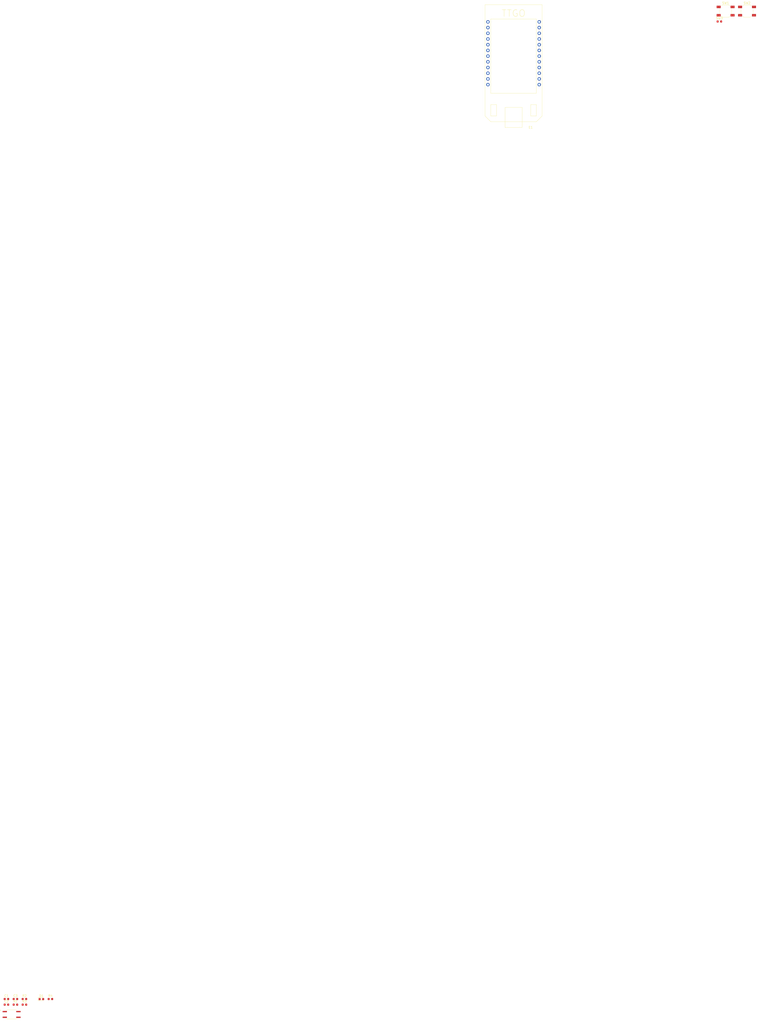
<source format=kicad_pcb>
(kicad_pcb (version 20171130) (host pcbnew 5.1.5+dfsg1-2build2)

  (general
    (thickness 1.6)
    (drawings 0)
    (tracks 0)
    (zones 0)
    (modules 13)
    (nets 31)
  )

  (page A4)
  (layers
    (0 F.Cu signal)
    (31 B.Cu signal)
    (32 B.Adhes user)
    (33 F.Adhes user)
    (34 B.Paste user)
    (35 F.Paste user)
    (36 B.SilkS user)
    (37 F.SilkS user)
    (38 B.Mask user)
    (39 F.Mask user)
    (40 Dwgs.User user)
    (41 Cmts.User user)
    (42 Eco1.User user)
    (43 Eco2.User user)
    (44 Edge.Cuts user)
    (45 Margin user)
    (46 B.CrtYd user)
    (47 F.CrtYd user)
    (48 B.Fab user)
    (49 F.Fab user)
  )

  (setup
    (last_trace_width 0.25)
    (trace_clearance 0.2)
    (zone_clearance 0.508)
    (zone_45_only no)
    (trace_min 0.2)
    (via_size 0.8)
    (via_drill 0.4)
    (via_min_size 0.4)
    (via_min_drill 0.3)
    (uvia_size 0.3)
    (uvia_drill 0.1)
    (uvias_allowed no)
    (uvia_min_size 0.2)
    (uvia_min_drill 0.1)
    (edge_width 0.05)
    (segment_width 0.2)
    (pcb_text_width 0.3)
    (pcb_text_size 1.5 1.5)
    (mod_edge_width 0.12)
    (mod_text_size 1 1)
    (mod_text_width 0.15)
    (pad_size 1.524 1.524)
    (pad_drill 0.762)
    (pad_to_mask_clearance 0.051)
    (solder_mask_min_width 0.25)
    (aux_axis_origin 0 0)
    (visible_elements FFFFFF7F)
    (pcbplotparams
      (layerselection 0x010fc_ffffffff)
      (usegerberextensions false)
      (usegerberattributes false)
      (usegerberadvancedattributes false)
      (creategerberjobfile false)
      (excludeedgelayer true)
      (linewidth 0.100000)
      (plotframeref false)
      (viasonmask false)
      (mode 1)
      (useauxorigin false)
      (hpglpennumber 1)
      (hpglpenspeed 20)
      (hpglpendiameter 15.000000)
      (psnegative false)
      (psa4output false)
      (plotreference true)
      (plotvalue true)
      (plotinvisibletext false)
      (padsonsilk false)
      (subtractmaskfromsilk false)
      (outputformat 1)
      (mirror false)
      (drillshape 1)
      (scaleselection 1)
      (outputdirectory ""))
  )

  (net 0 "")
  (net 1 +3V3)
  (net 2 GND)
  (net 3 "Net-(C1-Pad1)")
  (net 4 "Net-(C3-Pad1)")
  (net 5 "Net-(C2-Pad1)")
  (net 6 "Net-(D1-Pad2)")
  (net 7 "Net-(E1-Pad12)")
  (net 8 "Net-(E1-Pad13)")
  (net 9 "Net-(E1-Pad15)")
  (net 10 "Net-(E1-Pad2)")
  (net 11 "Net-(E1-Pad17)")
  (net 12 "Net-(E1-Pad22)")
  (net 13 "Net-(E1-Pad21)")
  (net 14 +5V)
  (net 15 "Net-(E1-Pad27)")
  (net 16 "Net-(E1-Pad26)")
  (net 17 "Net-(E1-Pad25)")
  (net 18 "Net-(E1-Pad33)")
  (net 19 "Net-(E1-Pad32)")
  (net 20 "Net-(E1-Pad39)")
  (net 21 "Net-(E1-Pad38)")
  (net 22 "Net-(E1-Pad37)")
  (net 23 "Net-(E1-Pad36)")
  (net 24 BTN_RESET)
  (net 25 BTN_1)
  (net 26 BTN_2)
  (net 27 "Net-(U1-Pad1)")
  (net 28 "Net-(U1-Pad2)")
  (net 29 "Net-(U1-Pad3)")
  (net 30 "Net-(U1-Pad4)")

  (net_class Default "This is the default net class."
    (clearance 0.2)
    (trace_width 0.25)
    (via_dia 0.8)
    (via_drill 0.4)
    (uvia_dia 0.3)
    (uvia_drill 0.1)
    (add_net +3V3)
    (add_net +5V)
    (add_net BTN_1)
    (add_net BTN_2)
    (add_net BTN_RESET)
    (add_net GND)
    (add_net "Net-(C1-Pad1)")
    (add_net "Net-(C2-Pad1)")
    (add_net "Net-(C3-Pad1)")
    (add_net "Net-(D1-Pad2)")
    (add_net "Net-(E1-Pad12)")
    (add_net "Net-(E1-Pad13)")
    (add_net "Net-(E1-Pad15)")
    (add_net "Net-(E1-Pad17)")
    (add_net "Net-(E1-Pad2)")
    (add_net "Net-(E1-Pad21)")
    (add_net "Net-(E1-Pad22)")
    (add_net "Net-(E1-Pad25)")
    (add_net "Net-(E1-Pad26)")
    (add_net "Net-(E1-Pad27)")
    (add_net "Net-(E1-Pad32)")
    (add_net "Net-(E1-Pad33)")
    (add_net "Net-(E1-Pad36)")
    (add_net "Net-(E1-Pad37)")
    (add_net "Net-(E1-Pad38)")
    (add_net "Net-(E1-Pad39)")
    (add_net "Net-(U1-Pad1)")
    (add_net "Net-(U1-Pad2)")
    (add_net "Net-(U1-Pad3)")
    (add_net "Net-(U1-Pad4)")
  )

  (module EL357N_A__TA_-G:SOP254P700X200-4N (layer F.Cu) (tedit 5F8A13B6) (tstamp 5F8A70F1)
    (at -304.8 -236.22)
    (path /5F8A1C73)
    (fp_text reference U1 (at -0.82154 -3.64071) (layer F.SilkS)
      (effects (font (size 1.002756 1.002756) (thickness 0.015)))
    )
    (fp_text value "EL357N(A)(TA)-G" (at 6.80906 3.64082) (layer F.Fab)
      (effects (font (size 1.001874 1.001874) (thickness 0.015)))
    )
    (fp_circle (center -4.97 -1.86) (end -4.87 -1.86) (layer F.SilkS) (width 0.2))
    (fp_circle (center -4.97 -1.86) (end -4.87 -1.86) (layer F.Fab) (width 0.2))
    (fp_line (start -2.2 -2.05) (end 2.2 -2.05) (layer F.Fab) (width 0.127))
    (fp_line (start -2.2 2.05) (end 2.2 2.05) (layer F.Fab) (width 0.127))
    (fp_line (start -2.2 -2.05) (end 2.2 -2.05) (layer F.SilkS) (width 0.127))
    (fp_line (start -2.2 2.05) (end 2.2 2.05) (layer F.SilkS) (width 0.127))
    (fp_line (start -2.2 -2.05) (end -2.2 2.05) (layer F.Fab) (width 0.127))
    (fp_line (start 2.2 -2.05) (end 2.2 2.05) (layer F.Fab) (width 0.127))
    (fp_line (start -4.255 -2.3) (end 4.255 -2.3) (layer F.CrtYd) (width 0.05))
    (fp_line (start -4.255 2.3) (end 4.255 2.3) (layer F.CrtYd) (width 0.05))
    (fp_line (start -4.255 -2.3) (end -4.255 2.3) (layer F.CrtYd) (width 0.05))
    (fp_line (start 4.255 -2.3) (end 4.255 2.3) (layer F.CrtYd) (width 0.05))
    (pad 1 smd rect (at -3.04 -1.27) (size 1.93 0.59) (layers F.Cu F.Paste F.Mask)
      (net 27 "Net-(U1-Pad1)"))
    (pad 2 smd rect (at -3.04 1.27) (size 1.93 0.59) (layers F.Cu F.Paste F.Mask)
      (net 28 "Net-(U1-Pad2)"))
    (pad 3 smd rect (at 3.04 1.27) (size 1.93 0.59) (layers F.Cu F.Paste F.Mask)
      (net 29 "Net-(U1-Pad3)"))
    (pad 4 smd rect (at 3.04 -1.27) (size 1.93 0.59) (layers F.Cu F.Paste F.Mask)
      (net 30 "Net-(U1-Pad4)"))
  )

  (module Resistor_SMD:R_0603_1608Metric (layer F.Cu) (tedit 5B301BBD) (tstamp 5F8AF600)
    (at -287.514999 -243.084999)
    (descr "Resistor SMD 0603 (1608 Metric), square (rectangular) end terminal, IPC_7351 nominal, (Body size source: http://www.tortai-tech.com/upload/download/2011102023233369053.pdf), generated with kicad-footprint-generator")
    (tags resistor)
    (path /5F8DC13F/5F8DCE0C)
    (attr smd)
    (fp_text reference R4 (at 0 -1.43) (layer F.SilkS)
      (effects (font (size 1 1) (thickness 0.15)))
    )
    (fp_text value 2k2 (at 0 1.43) (layer F.Fab)
      (effects (font (size 1 1) (thickness 0.15)))
    )
    (fp_text user %R (at 0 0) (layer F.Fab)
      (effects (font (size 0.4 0.4) (thickness 0.06)))
    )
    (fp_line (start 1.48 0.73) (end -1.48 0.73) (layer F.CrtYd) (width 0.05))
    (fp_line (start 1.48 -0.73) (end 1.48 0.73) (layer F.CrtYd) (width 0.05))
    (fp_line (start -1.48 -0.73) (end 1.48 -0.73) (layer F.CrtYd) (width 0.05))
    (fp_line (start -1.48 0.73) (end -1.48 -0.73) (layer F.CrtYd) (width 0.05))
    (fp_line (start -0.162779 0.51) (end 0.162779 0.51) (layer F.SilkS) (width 0.12))
    (fp_line (start -0.162779 -0.51) (end 0.162779 -0.51) (layer F.SilkS) (width 0.12))
    (fp_line (start 0.8 0.4) (end -0.8 0.4) (layer F.Fab) (width 0.1))
    (fp_line (start 0.8 -0.4) (end 0.8 0.4) (layer F.Fab) (width 0.1))
    (fp_line (start -0.8 -0.4) (end 0.8 -0.4) (layer F.Fab) (width 0.1))
    (fp_line (start -0.8 0.4) (end -0.8 -0.4) (layer F.Fab) (width 0.1))
    (pad 2 smd roundrect (at 0.7875 0) (size 0.875 0.95) (layers F.Cu F.Paste F.Mask) (roundrect_rratio 0.25)
      (net 1 +3V3))
    (pad 1 smd roundrect (at -0.7875 0) (size 0.875 0.95) (layers F.Cu F.Paste F.Mask) (roundrect_rratio 0.25)
      (net 6 "Net-(D1-Pad2)"))
    (model ${KISYS3DMOD}/Resistor_SMD.3dshapes/R_0603_1608Metric.wrl
      (at (xyz 0 0 0))
      (scale (xyz 1 1 1))
      (rotate (xyz 0 0 0))
    )
  )

  (module Resistor_SMD:R_0603_1608Metric (layer F.Cu) (tedit 5B301BBD) (tstamp 5F8AF5EF)
    (at -299.084999 -240.574999)
    (descr "Resistor SMD 0603 (1608 Metric), square (rectangular) end terminal, IPC_7351 nominal, (Body size source: http://www.tortai-tech.com/upload/download/2011102023233369053.pdf), generated with kicad-footprint-generator")
    (tags resistor)
    (path /5F8BD394/5F8CFBAF)
    (attr smd)
    (fp_text reference R3 (at 0 -1.43) (layer F.SilkS)
      (effects (font (size 1 1) (thickness 0.15)))
    )
    (fp_text value 2k2 (at 0 1.43) (layer F.Fab)
      (effects (font (size 1 1) (thickness 0.15)))
    )
    (fp_text user %R (at 0 0) (layer F.Fab)
      (effects (font (size 0.4 0.4) (thickness 0.06)))
    )
    (fp_line (start 1.48 0.73) (end -1.48 0.73) (layer F.CrtYd) (width 0.05))
    (fp_line (start 1.48 -0.73) (end 1.48 0.73) (layer F.CrtYd) (width 0.05))
    (fp_line (start -1.48 -0.73) (end 1.48 -0.73) (layer F.CrtYd) (width 0.05))
    (fp_line (start -1.48 0.73) (end -1.48 -0.73) (layer F.CrtYd) (width 0.05))
    (fp_line (start -0.162779 0.51) (end 0.162779 0.51) (layer F.SilkS) (width 0.12))
    (fp_line (start -0.162779 -0.51) (end 0.162779 -0.51) (layer F.SilkS) (width 0.12))
    (fp_line (start 0.8 0.4) (end -0.8 0.4) (layer F.Fab) (width 0.1))
    (fp_line (start 0.8 -0.4) (end 0.8 0.4) (layer F.Fab) (width 0.1))
    (fp_line (start -0.8 -0.4) (end 0.8 -0.4) (layer F.Fab) (width 0.1))
    (fp_line (start -0.8 0.4) (end -0.8 -0.4) (layer F.Fab) (width 0.1))
    (pad 2 smd roundrect (at 0.7875 0) (size 0.875 0.95) (layers F.Cu F.Paste F.Mask) (roundrect_rratio 0.25)
      (net 4 "Net-(C3-Pad1)"))
    (pad 1 smd roundrect (at -0.7875 0) (size 0.875 0.95) (layers F.Cu F.Paste F.Mask) (roundrect_rratio 0.25)
      (net 26 BTN_2))
    (model ${KISYS3DMOD}/Resistor_SMD.3dshapes/R_0603_1608Metric.wrl
      (at (xyz 0 0 0))
      (scale (xyz 1 1 1))
      (rotate (xyz 0 0 0))
    )
  )

  (module Resistor_SMD:R_0603_1608Metric (layer F.Cu) (tedit 5B301BBD) (tstamp 5F8AF5DE)
    (at -299.084999 -243.084999)
    (descr "Resistor SMD 0603 (1608 Metric), square (rectangular) end terminal, IPC_7351 nominal, (Body size source: http://www.tortai-tech.com/upload/download/2011102023233369053.pdf), generated with kicad-footprint-generator")
    (tags resistor)
    (path /5F8BD394/5F8CDCC6)
    (attr smd)
    (fp_text reference R2 (at 0 -1.43) (layer F.SilkS)
      (effects (font (size 1 1) (thickness 0.15)))
    )
    (fp_text value 2k2 (at 0 1.43) (layer F.Fab)
      (effects (font (size 1 1) (thickness 0.15)))
    )
    (fp_text user %R (at 0 0) (layer F.Fab)
      (effects (font (size 0.4 0.4) (thickness 0.06)))
    )
    (fp_line (start 1.48 0.73) (end -1.48 0.73) (layer F.CrtYd) (width 0.05))
    (fp_line (start 1.48 -0.73) (end 1.48 0.73) (layer F.CrtYd) (width 0.05))
    (fp_line (start -1.48 -0.73) (end 1.48 -0.73) (layer F.CrtYd) (width 0.05))
    (fp_line (start -1.48 0.73) (end -1.48 -0.73) (layer F.CrtYd) (width 0.05))
    (fp_line (start -0.162779 0.51) (end 0.162779 0.51) (layer F.SilkS) (width 0.12))
    (fp_line (start -0.162779 -0.51) (end 0.162779 -0.51) (layer F.SilkS) (width 0.12))
    (fp_line (start 0.8 0.4) (end -0.8 0.4) (layer F.Fab) (width 0.1))
    (fp_line (start 0.8 -0.4) (end 0.8 0.4) (layer F.Fab) (width 0.1))
    (fp_line (start -0.8 -0.4) (end 0.8 -0.4) (layer F.Fab) (width 0.1))
    (fp_line (start -0.8 0.4) (end -0.8 -0.4) (layer F.Fab) (width 0.1))
    (pad 2 smd roundrect (at 0.7875 0) (size 0.875 0.95) (layers F.Cu F.Paste F.Mask) (roundrect_rratio 0.25)
      (net 5 "Net-(C2-Pad1)"))
    (pad 1 smd roundrect (at -0.7875 0) (size 0.875 0.95) (layers F.Cu F.Paste F.Mask) (roundrect_rratio 0.25)
      (net 25 BTN_1))
    (model ${KISYS3DMOD}/Resistor_SMD.3dshapes/R_0603_1608Metric.wrl
      (at (xyz 0 0 0))
      (scale (xyz 1 1 1))
      (rotate (xyz 0 0 0))
    )
  )

  (module Resistor_SMD:R_0603_1608Metric (layer F.Cu) (tedit 5B301BBD) (tstamp 5F8AF5CD)
    (at -303.094999 -240.574999)
    (descr "Resistor SMD 0603 (1608 Metric), square (rectangular) end terminal, IPC_7351 nominal, (Body size source: http://www.tortai-tech.com/upload/download/2011102023233369053.pdf), generated with kicad-footprint-generator")
    (tags resistor)
    (path /5F8BD394/5F8C9196)
    (attr smd)
    (fp_text reference R1 (at 0 -1.43) (layer F.SilkS)
      (effects (font (size 1 1) (thickness 0.15)))
    )
    (fp_text value 2k2 (at 0 1.43) (layer F.Fab)
      (effects (font (size 1 1) (thickness 0.15)))
    )
    (fp_text user %R (at 0 0) (layer F.Fab)
      (effects (font (size 0.4 0.4) (thickness 0.06)))
    )
    (fp_line (start 1.48 0.73) (end -1.48 0.73) (layer F.CrtYd) (width 0.05))
    (fp_line (start 1.48 -0.73) (end 1.48 0.73) (layer F.CrtYd) (width 0.05))
    (fp_line (start -1.48 -0.73) (end 1.48 -0.73) (layer F.CrtYd) (width 0.05))
    (fp_line (start -1.48 0.73) (end -1.48 -0.73) (layer F.CrtYd) (width 0.05))
    (fp_line (start -0.162779 0.51) (end 0.162779 0.51) (layer F.SilkS) (width 0.12))
    (fp_line (start -0.162779 -0.51) (end 0.162779 -0.51) (layer F.SilkS) (width 0.12))
    (fp_line (start 0.8 0.4) (end -0.8 0.4) (layer F.Fab) (width 0.1))
    (fp_line (start 0.8 -0.4) (end 0.8 0.4) (layer F.Fab) (width 0.1))
    (fp_line (start -0.8 -0.4) (end 0.8 -0.4) (layer F.Fab) (width 0.1))
    (fp_line (start -0.8 0.4) (end -0.8 -0.4) (layer F.Fab) (width 0.1))
    (pad 2 smd roundrect (at 0.7875 0) (size 0.875 0.95) (layers F.Cu F.Paste F.Mask) (roundrect_rratio 0.25)
      (net 3 "Net-(C1-Pad1)"))
    (pad 1 smd roundrect (at -0.7875 0) (size 0.875 0.95) (layers F.Cu F.Paste F.Mask) (roundrect_rratio 0.25)
      (net 24 BTN_RESET))
    (model ${KISYS3DMOD}/Resistor_SMD.3dshapes/R_0603_1608Metric.wrl
      (at (xyz 0 0 0))
      (scale (xyz 1 1 1))
      (rotate (xyz 0 0 0))
    )
  )

  (module LED_SMD:LED_0603_1608Metric (layer F.Cu) (tedit 5B301BBE) (tstamp 5F8AF558)
    (at -291.524999 -243.044999)
    (descr "LED SMD 0603 (1608 Metric), square (rectangular) end terminal, IPC_7351 nominal, (Body size source: http://www.tortai-tech.com/upload/download/2011102023233369053.pdf), generated with kicad-footprint-generator")
    (tags diode)
    (path /5F8DC13F/5F8DC28E)
    (attr smd)
    (fp_text reference D1 (at 0 -1.43) (layer F.SilkS)
      (effects (font (size 1 1) (thickness 0.15)))
    )
    (fp_text value LED (at 0 1.43) (layer F.Fab)
      (effects (font (size 1 1) (thickness 0.15)))
    )
    (fp_text user %R (at 0 0) (layer F.Fab)
      (effects (font (size 0.4 0.4) (thickness 0.06)))
    )
    (fp_line (start 1.48 0.73) (end -1.48 0.73) (layer F.CrtYd) (width 0.05))
    (fp_line (start 1.48 -0.73) (end 1.48 0.73) (layer F.CrtYd) (width 0.05))
    (fp_line (start -1.48 -0.73) (end 1.48 -0.73) (layer F.CrtYd) (width 0.05))
    (fp_line (start -1.48 0.73) (end -1.48 -0.73) (layer F.CrtYd) (width 0.05))
    (fp_line (start -1.485 0.735) (end 0.8 0.735) (layer F.SilkS) (width 0.12))
    (fp_line (start -1.485 -0.735) (end -1.485 0.735) (layer F.SilkS) (width 0.12))
    (fp_line (start 0.8 -0.735) (end -1.485 -0.735) (layer F.SilkS) (width 0.12))
    (fp_line (start 0.8 0.4) (end 0.8 -0.4) (layer F.Fab) (width 0.1))
    (fp_line (start -0.8 0.4) (end 0.8 0.4) (layer F.Fab) (width 0.1))
    (fp_line (start -0.8 -0.1) (end -0.8 0.4) (layer F.Fab) (width 0.1))
    (fp_line (start -0.5 -0.4) (end -0.8 -0.1) (layer F.Fab) (width 0.1))
    (fp_line (start 0.8 -0.4) (end -0.5 -0.4) (layer F.Fab) (width 0.1))
    (pad 2 smd roundrect (at 0.7875 0) (size 0.875 0.95) (layers F.Cu F.Paste F.Mask) (roundrect_rratio 0.25)
      (net 6 "Net-(D1-Pad2)"))
    (pad 1 smd roundrect (at -0.7875 0) (size 0.875 0.95) (layers F.Cu F.Paste F.Mask) (roundrect_rratio 0.25)
      (net 2 GND))
    (model ${KISYS3DMOD}/LED_SMD.3dshapes/LED_0603_1608Metric.wrl
      (at (xyz 0 0 0))
      (scale (xyz 1 1 1))
      (rotate (xyz 0 0 0))
    )
  )

  (module Capacitor_SMD:C_0603_1608Metric (layer F.Cu) (tedit 5B301BBE) (tstamp 5F8AF545)
    (at -303.094999 -243.084999)
    (descr "Capacitor SMD 0603 (1608 Metric), square (rectangular) end terminal, IPC_7351 nominal, (Body size source: http://www.tortai-tech.com/upload/download/2011102023233369053.pdf), generated with kicad-footprint-generator")
    (tags capacitor)
    (path /5F8BD394/5F8CFBB9)
    (attr smd)
    (fp_text reference C3 (at 0 -1.43) (layer F.SilkS)
      (effects (font (size 1 1) (thickness 0.15)))
    )
    (fp_text value 100n (at 0 1.43) (layer F.Fab)
      (effects (font (size 1 1) (thickness 0.15)))
    )
    (fp_text user %R (at 0 0) (layer F.Fab)
      (effects (font (size 0.4 0.4) (thickness 0.06)))
    )
    (fp_line (start 1.48 0.73) (end -1.48 0.73) (layer F.CrtYd) (width 0.05))
    (fp_line (start 1.48 -0.73) (end 1.48 0.73) (layer F.CrtYd) (width 0.05))
    (fp_line (start -1.48 -0.73) (end 1.48 -0.73) (layer F.CrtYd) (width 0.05))
    (fp_line (start -1.48 0.73) (end -1.48 -0.73) (layer F.CrtYd) (width 0.05))
    (fp_line (start -0.162779 0.51) (end 0.162779 0.51) (layer F.SilkS) (width 0.12))
    (fp_line (start -0.162779 -0.51) (end 0.162779 -0.51) (layer F.SilkS) (width 0.12))
    (fp_line (start 0.8 0.4) (end -0.8 0.4) (layer F.Fab) (width 0.1))
    (fp_line (start 0.8 -0.4) (end 0.8 0.4) (layer F.Fab) (width 0.1))
    (fp_line (start -0.8 -0.4) (end 0.8 -0.4) (layer F.Fab) (width 0.1))
    (fp_line (start -0.8 0.4) (end -0.8 -0.4) (layer F.Fab) (width 0.1))
    (pad 2 smd roundrect (at 0.7875 0) (size 0.875 0.95) (layers F.Cu F.Paste F.Mask) (roundrect_rratio 0.25)
      (net 2 GND))
    (pad 1 smd roundrect (at -0.7875 0) (size 0.875 0.95) (layers F.Cu F.Paste F.Mask) (roundrect_rratio 0.25)
      (net 4 "Net-(C3-Pad1)"))
    (model ${KISYS3DMOD}/Capacitor_SMD.3dshapes/C_0603_1608Metric.wrl
      (at (xyz 0 0 0))
      (scale (xyz 1 1 1))
      (rotate (xyz 0 0 0))
    )
  )

  (module Capacitor_SMD:C_0603_1608Metric (layer F.Cu) (tedit 5B301BBE) (tstamp 5F8AF534)
    (at -307.104999 -240.574999)
    (descr "Capacitor SMD 0603 (1608 Metric), square (rectangular) end terminal, IPC_7351 nominal, (Body size source: http://www.tortai-tech.com/upload/download/2011102023233369053.pdf), generated with kicad-footprint-generator")
    (tags capacitor)
    (path /5F8BD394/5F8CDCD0)
    (attr smd)
    (fp_text reference C2 (at 0 -1.43) (layer F.SilkS)
      (effects (font (size 1 1) (thickness 0.15)))
    )
    (fp_text value 100n (at 0 1.43) (layer F.Fab)
      (effects (font (size 1 1) (thickness 0.15)))
    )
    (fp_text user %R (at 0 0) (layer F.Fab)
      (effects (font (size 0.4 0.4) (thickness 0.06)))
    )
    (fp_line (start 1.48 0.73) (end -1.48 0.73) (layer F.CrtYd) (width 0.05))
    (fp_line (start 1.48 -0.73) (end 1.48 0.73) (layer F.CrtYd) (width 0.05))
    (fp_line (start -1.48 -0.73) (end 1.48 -0.73) (layer F.CrtYd) (width 0.05))
    (fp_line (start -1.48 0.73) (end -1.48 -0.73) (layer F.CrtYd) (width 0.05))
    (fp_line (start -0.162779 0.51) (end 0.162779 0.51) (layer F.SilkS) (width 0.12))
    (fp_line (start -0.162779 -0.51) (end 0.162779 -0.51) (layer F.SilkS) (width 0.12))
    (fp_line (start 0.8 0.4) (end -0.8 0.4) (layer F.Fab) (width 0.1))
    (fp_line (start 0.8 -0.4) (end 0.8 0.4) (layer F.Fab) (width 0.1))
    (fp_line (start -0.8 -0.4) (end 0.8 -0.4) (layer F.Fab) (width 0.1))
    (fp_line (start -0.8 0.4) (end -0.8 -0.4) (layer F.Fab) (width 0.1))
    (pad 2 smd roundrect (at 0.7875 0) (size 0.875 0.95) (layers F.Cu F.Paste F.Mask) (roundrect_rratio 0.25)
      (net 2 GND))
    (pad 1 smd roundrect (at -0.7875 0) (size 0.875 0.95) (layers F.Cu F.Paste F.Mask) (roundrect_rratio 0.25)
      (net 5 "Net-(C2-Pad1)"))
    (model ${KISYS3DMOD}/Capacitor_SMD.3dshapes/C_0603_1608Metric.wrl
      (at (xyz 0 0 0))
      (scale (xyz 1 1 1))
      (rotate (xyz 0 0 0))
    )
  )

  (module Capacitor_SMD:C_0603_1608Metric (layer F.Cu) (tedit 5B301BBE) (tstamp 5F8AF523)
    (at -307.104999 -243.084999)
    (descr "Capacitor SMD 0603 (1608 Metric), square (rectangular) end terminal, IPC_7351 nominal, (Body size source: http://www.tortai-tech.com/upload/download/2011102023233369053.pdf), generated with kicad-footprint-generator")
    (tags capacitor)
    (path /5F8BD394/5F8CB3A0)
    (attr smd)
    (fp_text reference C1 (at 0 -1.43) (layer F.SilkS)
      (effects (font (size 1 1) (thickness 0.15)))
    )
    (fp_text value 100n (at 0 1.43) (layer F.Fab)
      (effects (font (size 1 1) (thickness 0.15)))
    )
    (fp_text user %R (at 0 0) (layer F.Fab)
      (effects (font (size 0.4 0.4) (thickness 0.06)))
    )
    (fp_line (start 1.48 0.73) (end -1.48 0.73) (layer F.CrtYd) (width 0.05))
    (fp_line (start 1.48 -0.73) (end 1.48 0.73) (layer F.CrtYd) (width 0.05))
    (fp_line (start -1.48 -0.73) (end 1.48 -0.73) (layer F.CrtYd) (width 0.05))
    (fp_line (start -1.48 0.73) (end -1.48 -0.73) (layer F.CrtYd) (width 0.05))
    (fp_line (start -0.162779 0.51) (end 0.162779 0.51) (layer F.SilkS) (width 0.12))
    (fp_line (start -0.162779 -0.51) (end 0.162779 -0.51) (layer F.SilkS) (width 0.12))
    (fp_line (start 0.8 0.4) (end -0.8 0.4) (layer F.Fab) (width 0.1))
    (fp_line (start 0.8 -0.4) (end 0.8 0.4) (layer F.Fab) (width 0.1))
    (fp_line (start -0.8 -0.4) (end 0.8 -0.4) (layer F.Fab) (width 0.1))
    (fp_line (start -0.8 0.4) (end -0.8 -0.4) (layer F.Fab) (width 0.1))
    (pad 2 smd roundrect (at 0.7875 0) (size 0.875 0.95) (layers F.Cu F.Paste F.Mask) (roundrect_rratio 0.25)
      (net 2 GND))
    (pad 1 smd roundrect (at -0.7875 0) (size 0.875 0.95) (layers F.Cu F.Paste F.Mask) (roundrect_rratio 0.25)
      (net 3 "Net-(C1-Pad1)"))
    (model ${KISYS3DMOD}/Capacitor_SMD.3dshapes/C_0603_1608Metric.wrl
      (at (xyz 0 0 0))
      (scale (xyz 1 1 1))
      (rotate (xyz 0 0 0))
    )
  )

  (module Resistor_SMD:R_0603_1608Metric (layer F.Cu) (tedit 5B301BBD) (tstamp 5F8AE8CC)
    (at 10.445001 -678.294999)
    (descr "Resistor SMD 0603 (1608 Metric), square (rectangular) end terminal, IPC_7351 nominal, (Body size source: http://www.tortai-tech.com/upload/download/2011102023233369053.pdf), generated with kicad-footprint-generator")
    (tags resistor)
    (path /5F8BD394/5F8CDCBE)
    (attr smd)
    (fp_text reference SW3 (at 0 -1.43) (layer F.SilkS)
      (effects (font (size 1 1) (thickness 0.15)))
    )
    (fp_text value SW_Push_Dual_x2 (at 0 1.43) (layer F.Fab)
      (effects (font (size 1 1) (thickness 0.15)))
    )
    (fp_text user %R (at 0 0) (layer F.Fab)
      (effects (font (size 0.4 0.4) (thickness 0.06)))
    )
    (fp_line (start 1.48 0.73) (end -1.48 0.73) (layer F.CrtYd) (width 0.05))
    (fp_line (start 1.48 -0.73) (end 1.48 0.73) (layer F.CrtYd) (width 0.05))
    (fp_line (start -1.48 -0.73) (end 1.48 -0.73) (layer F.CrtYd) (width 0.05))
    (fp_line (start -1.48 0.73) (end -1.48 -0.73) (layer F.CrtYd) (width 0.05))
    (fp_line (start -0.162779 0.51) (end 0.162779 0.51) (layer F.SilkS) (width 0.12))
    (fp_line (start -0.162779 -0.51) (end 0.162779 -0.51) (layer F.SilkS) (width 0.12))
    (fp_line (start 0.8 0.4) (end -0.8 0.4) (layer F.Fab) (width 0.1))
    (fp_line (start 0.8 -0.4) (end 0.8 0.4) (layer F.Fab) (width 0.1))
    (fp_line (start -0.8 -0.4) (end 0.8 -0.4) (layer F.Fab) (width 0.1))
    (fp_line (start -0.8 0.4) (end -0.8 -0.4) (layer F.Fab) (width 0.1))
    (pad 2 smd roundrect (at 0.7875 0) (size 0.875 0.95) (layers F.Cu F.Paste F.Mask) (roundrect_rratio 0.25)
      (net 2 GND))
    (pad 1 smd roundrect (at -0.7875 0) (size 0.875 0.95) (layers F.Cu F.Paste F.Mask) (roundrect_rratio 0.25)
      (net 5 "Net-(C2-Pad1)"))
    (model ${KISYS3DMOD}/Resistor_SMD.3dshapes/R_0603_1608Metric.wrl
      (at (xyz 0 0 0))
      (scale (xyz 1 1 1))
      (rotate (xyz 0 0 0))
    )
  )

  (module Button_Switch_SMD:SW_SPST_SKQG_WithStem (layer F.Cu) (tedit 5ABAB6AF) (tstamp 5F8AE8BB)
    (at 22.765001 -682.924999)
    (descr "ALPS 5.2mm Square Low-profile Type (Surface Mount) SKQG Series, With stem, http://www.alps.com/prod/info/E/HTML/Tact/SurfaceMount/SKQG/SKQGAFE010.html")
    (tags "SPST Button Switch")
    (path /5F8BD394/5F8CFBA7)
    (attr smd)
    (fp_text reference SW2 (at 0 -3.6) (layer F.SilkS)
      (effects (font (size 1 1) (thickness 0.15)))
    )
    (fp_text value SW_Push_Dual_x2 (at 0 3.6) (layer F.Fab)
      (effects (font (size 1 1) (thickness 0.15)))
    )
    (fp_text user "No F.Cu tracks" (at -2.5 0.2) (layer Cmts.User)
      (effects (font (size 0.2 0.2) (thickness 0.03)))
    )
    (fp_text user "KEEP-OUT ZONE" (at -2.5 -0.2) (layer Cmts.User)
      (effects (font (size 0.2 0.2) (thickness 0.03)))
    )
    (fp_text user "KEEP-OUT ZONE" (at 2.5 -0.2) (layer Cmts.User)
      (effects (font (size 0.2 0.2) (thickness 0.03)))
    )
    (fp_text user "No F.Cu tracks" (at 2.5 0.2) (layer Cmts.User)
      (effects (font (size 0.2 0.2) (thickness 0.03)))
    )
    (fp_line (start -1 -1.3) (end -1 1.3) (layer Dwgs.User) (width 0.05))
    (fp_line (start -4 -0.3) (end -3 -1.3) (layer Dwgs.User) (width 0.05))
    (fp_line (start -2.6 1.3) (end -1 -0.3) (layer Dwgs.User) (width 0.05))
    (fp_line (start -1 -1.3) (end -3.6 1.3) (layer Dwgs.User) (width 0.05))
    (fp_line (start -4 -1.3) (end -1 -1.3) (layer Dwgs.User) (width 0.05))
    (fp_line (start -1 1.3) (end -4 1.3) (layer Dwgs.User) (width 0.05))
    (fp_line (start -4 0.7) (end -2 -1.3) (layer Dwgs.User) (width 0.05))
    (fp_line (start -4 1.3) (end -4 -1.3) (layer Dwgs.User) (width 0.05))
    (fp_line (start -1 0.7) (end -1.6 1.3) (layer Dwgs.User) (width 0.05))
    (fp_line (start 4 0.7) (end 3.4 1.3) (layer Dwgs.User) (width 0.05))
    (fp_line (start 2.4 1.3) (end 4 -0.3) (layer Dwgs.User) (width 0.05))
    (fp_line (start 4 -1.3) (end 1.4 1.3) (layer Dwgs.User) (width 0.05))
    (fp_line (start 1 0.7) (end 3 -1.3) (layer Dwgs.User) (width 0.05))
    (fp_line (start 1 -0.3) (end 2 -1.3) (layer Dwgs.User) (width 0.05))
    (fp_line (start 1 -1.3) (end 4 -1.3) (layer Dwgs.User) (width 0.05))
    (fp_line (start 1 1.3) (end 1 -1.3) (layer Dwgs.User) (width 0.05))
    (fp_line (start 4 1.3) (end 1 1.3) (layer Dwgs.User) (width 0.05))
    (fp_line (start 4 -1.3) (end 4 1.3) (layer Dwgs.User) (width 0.05))
    (fp_line (start 0.95 -1.865) (end 1.865 -0.95) (layer F.Fab) (width 0.1))
    (fp_line (start -0.95 -1.865) (end -1.865 -0.95) (layer F.Fab) (width 0.1))
    (fp_line (start -0.95 1.865) (end -1.865 0.95) (layer F.Fab) (width 0.1))
    (fp_line (start 0.95 1.865) (end 1.865 0.95) (layer F.Fab) (width 0.1))
    (fp_line (start 1.45 2.72) (end 1.94 2.23) (layer F.SilkS) (width 0.12))
    (fp_line (start -1.45 2.72) (end 1.45 2.72) (layer F.SilkS) (width 0.12))
    (fp_line (start -1.45 2.72) (end -1.94 2.23) (layer F.SilkS) (width 0.12))
    (fp_text user %R (at 0 0) (layer F.Fab)
      (effects (font (size 0.4 0.4) (thickness 0.06)))
    )
    (fp_line (start -1.45 -2.72) (end 1.45 -2.72) (layer F.SilkS) (width 0.12))
    (fp_line (start -1.45 -2.72) (end -1.94 -2.23) (layer F.SilkS) (width 0.12))
    (fp_line (start 2.72 1.04) (end 2.72 -1.04) (layer F.SilkS) (width 0.12))
    (fp_circle (center 0 0) (end 1 0) (layer F.Fab) (width 0.1))
    (fp_line (start 1.45 -2.72) (end 1.94 -2.23) (layer F.SilkS) (width 0.12))
    (fp_line (start -2.72 1.04) (end -2.72 -1.04) (layer F.SilkS) (width 0.12))
    (fp_line (start 1.865 -0.95) (end 1.865 0.95) (layer F.Fab) (width 0.1))
    (fp_line (start 0.95 1.865) (end -0.95 1.865) (layer F.Fab) (width 0.1))
    (fp_line (start -1.865 0.95) (end -1.865 -0.95) (layer F.Fab) (width 0.1))
    (fp_line (start -0.95 -1.865) (end 0.95 -1.865) (layer F.Fab) (width 0.1))
    (fp_line (start -4.25 2.85) (end 4.25 2.85) (layer F.CrtYd) (width 0.05))
    (fp_line (start 4.25 2.85) (end 4.25 -2.85) (layer F.CrtYd) (width 0.05))
    (fp_line (start 4.25 -2.85) (end -4.25 -2.85) (layer F.CrtYd) (width 0.05))
    (fp_line (start -4.25 -2.85) (end -4.25 2.85) (layer F.CrtYd) (width 0.05))
    (fp_line (start -1.4 -2.6) (end 1.4 -2.6) (layer F.Fab) (width 0.1))
    (fp_line (start -2.6 -1.4) (end -1.4 -2.6) (layer F.Fab) (width 0.1))
    (fp_line (start -2.6 1.4) (end -2.6 -1.4) (layer F.Fab) (width 0.1))
    (fp_line (start -1.4 2.6) (end -2.6 1.4) (layer F.Fab) (width 0.1))
    (fp_line (start 1.4 2.6) (end -1.4 2.6) (layer F.Fab) (width 0.1))
    (fp_line (start 2.6 1.4) (end 1.4 2.6) (layer F.Fab) (width 0.1))
    (fp_line (start 2.6 -1.4) (end 2.6 1.4) (layer F.Fab) (width 0.1))
    (fp_line (start 1.4 -2.6) (end 2.6 -1.4) (layer F.Fab) (width 0.1))
    (pad 2 smd rect (at 3.1 1.85) (size 1.8 1.1) (layers F.Cu F.Paste F.Mask)
      (net 2 GND))
    (pad 2 smd rect (at -3.1 1.85) (size 1.8 1.1) (layers F.Cu F.Paste F.Mask)
      (net 2 GND))
    (pad 1 smd rect (at 3.1 -1.85) (size 1.8 1.1) (layers F.Cu F.Paste F.Mask)
      (net 4 "Net-(C3-Pad1)"))
    (pad 1 smd rect (at -3.1 -1.85) (size 1.8 1.1) (layers F.Cu F.Paste F.Mask)
      (net 4 "Net-(C3-Pad1)"))
    (model ${KISYS3DMOD}/Button_Switch_SMD.3dshapes/SW_SPST_SKQG_WithStem.wrl
      (at (xyz 0 0 0))
      (scale (xyz 1 1 1))
      (rotate (xyz 0 0 0))
    )
  )

  (module Button_Switch_SMD:SW_SPST_SKQG_WithStem (layer F.Cu) (tedit 5ABAB6AF) (tstamp 5F8AE87F)
    (at 13.215001 -682.924999)
    (descr "ALPS 5.2mm Square Low-profile Type (Surface Mount) SKQG Series, With stem, http://www.alps.com/prod/info/E/HTML/Tact/SurfaceMount/SKQG/SKQGAFE010.html")
    (tags "SPST Button Switch")
    (path /5F8BD394/5F8BE17E)
    (attr smd)
    (fp_text reference SW1 (at 0 -3.6) (layer F.SilkS)
      (effects (font (size 1 1) (thickness 0.15)))
    )
    (fp_text value SW_Push_Dual_x2 (at 0 3.6) (layer F.Fab)
      (effects (font (size 1 1) (thickness 0.15)))
    )
    (fp_text user "No F.Cu tracks" (at -2.5 0.2) (layer Cmts.User)
      (effects (font (size 0.2 0.2) (thickness 0.03)))
    )
    (fp_text user "KEEP-OUT ZONE" (at -2.5 -0.2) (layer Cmts.User)
      (effects (font (size 0.2 0.2) (thickness 0.03)))
    )
    (fp_text user "KEEP-OUT ZONE" (at 2.5 -0.2) (layer Cmts.User)
      (effects (font (size 0.2 0.2) (thickness 0.03)))
    )
    (fp_text user "No F.Cu tracks" (at 2.5 0.2) (layer Cmts.User)
      (effects (font (size 0.2 0.2) (thickness 0.03)))
    )
    (fp_line (start -1 -1.3) (end -1 1.3) (layer Dwgs.User) (width 0.05))
    (fp_line (start -4 -0.3) (end -3 -1.3) (layer Dwgs.User) (width 0.05))
    (fp_line (start -2.6 1.3) (end -1 -0.3) (layer Dwgs.User) (width 0.05))
    (fp_line (start -1 -1.3) (end -3.6 1.3) (layer Dwgs.User) (width 0.05))
    (fp_line (start -4 -1.3) (end -1 -1.3) (layer Dwgs.User) (width 0.05))
    (fp_line (start -1 1.3) (end -4 1.3) (layer Dwgs.User) (width 0.05))
    (fp_line (start -4 0.7) (end -2 -1.3) (layer Dwgs.User) (width 0.05))
    (fp_line (start -4 1.3) (end -4 -1.3) (layer Dwgs.User) (width 0.05))
    (fp_line (start -1 0.7) (end -1.6 1.3) (layer Dwgs.User) (width 0.05))
    (fp_line (start 4 0.7) (end 3.4 1.3) (layer Dwgs.User) (width 0.05))
    (fp_line (start 2.4 1.3) (end 4 -0.3) (layer Dwgs.User) (width 0.05))
    (fp_line (start 4 -1.3) (end 1.4 1.3) (layer Dwgs.User) (width 0.05))
    (fp_line (start 1 0.7) (end 3 -1.3) (layer Dwgs.User) (width 0.05))
    (fp_line (start 1 -0.3) (end 2 -1.3) (layer Dwgs.User) (width 0.05))
    (fp_line (start 1 -1.3) (end 4 -1.3) (layer Dwgs.User) (width 0.05))
    (fp_line (start 1 1.3) (end 1 -1.3) (layer Dwgs.User) (width 0.05))
    (fp_line (start 4 1.3) (end 1 1.3) (layer Dwgs.User) (width 0.05))
    (fp_line (start 4 -1.3) (end 4 1.3) (layer Dwgs.User) (width 0.05))
    (fp_line (start 0.95 -1.865) (end 1.865 -0.95) (layer F.Fab) (width 0.1))
    (fp_line (start -0.95 -1.865) (end -1.865 -0.95) (layer F.Fab) (width 0.1))
    (fp_line (start -0.95 1.865) (end -1.865 0.95) (layer F.Fab) (width 0.1))
    (fp_line (start 0.95 1.865) (end 1.865 0.95) (layer F.Fab) (width 0.1))
    (fp_line (start 1.45 2.72) (end 1.94 2.23) (layer F.SilkS) (width 0.12))
    (fp_line (start -1.45 2.72) (end 1.45 2.72) (layer F.SilkS) (width 0.12))
    (fp_line (start -1.45 2.72) (end -1.94 2.23) (layer F.SilkS) (width 0.12))
    (fp_text user %R (at 0 0) (layer F.Fab)
      (effects (font (size 0.4 0.4) (thickness 0.06)))
    )
    (fp_line (start -1.45 -2.72) (end 1.45 -2.72) (layer F.SilkS) (width 0.12))
    (fp_line (start -1.45 -2.72) (end -1.94 -2.23) (layer F.SilkS) (width 0.12))
    (fp_line (start 2.72 1.04) (end 2.72 -1.04) (layer F.SilkS) (width 0.12))
    (fp_circle (center 0 0) (end 1 0) (layer F.Fab) (width 0.1))
    (fp_line (start 1.45 -2.72) (end 1.94 -2.23) (layer F.SilkS) (width 0.12))
    (fp_line (start -2.72 1.04) (end -2.72 -1.04) (layer F.SilkS) (width 0.12))
    (fp_line (start 1.865 -0.95) (end 1.865 0.95) (layer F.Fab) (width 0.1))
    (fp_line (start 0.95 1.865) (end -0.95 1.865) (layer F.Fab) (width 0.1))
    (fp_line (start -1.865 0.95) (end -1.865 -0.95) (layer F.Fab) (width 0.1))
    (fp_line (start -0.95 -1.865) (end 0.95 -1.865) (layer F.Fab) (width 0.1))
    (fp_line (start -4.25 2.85) (end 4.25 2.85) (layer F.CrtYd) (width 0.05))
    (fp_line (start 4.25 2.85) (end 4.25 -2.85) (layer F.CrtYd) (width 0.05))
    (fp_line (start 4.25 -2.85) (end -4.25 -2.85) (layer F.CrtYd) (width 0.05))
    (fp_line (start -4.25 -2.85) (end -4.25 2.85) (layer F.CrtYd) (width 0.05))
    (fp_line (start -1.4 -2.6) (end 1.4 -2.6) (layer F.Fab) (width 0.1))
    (fp_line (start -2.6 -1.4) (end -1.4 -2.6) (layer F.Fab) (width 0.1))
    (fp_line (start -2.6 1.4) (end -2.6 -1.4) (layer F.Fab) (width 0.1))
    (fp_line (start -1.4 2.6) (end -2.6 1.4) (layer F.Fab) (width 0.1))
    (fp_line (start 1.4 2.6) (end -1.4 2.6) (layer F.Fab) (width 0.1))
    (fp_line (start 2.6 1.4) (end 1.4 2.6) (layer F.Fab) (width 0.1))
    (fp_line (start 2.6 -1.4) (end 2.6 1.4) (layer F.Fab) (width 0.1))
    (fp_line (start 1.4 -2.6) (end 2.6 -1.4) (layer F.Fab) (width 0.1))
    (pad 2 smd rect (at 3.1 1.85) (size 1.8 1.1) (layers F.Cu F.Paste F.Mask)
      (net 2 GND))
    (pad 2 smd rect (at -3.1 1.85) (size 1.8 1.1) (layers F.Cu F.Paste F.Mask)
      (net 2 GND))
    (pad 1 smd rect (at 3.1 -1.85) (size 1.8 1.1) (layers F.Cu F.Paste F.Mask)
      (net 3 "Net-(C1-Pad1)"))
    (pad 1 smd rect (at -3.1 -1.85) (size 1.8 1.1) (layers F.Cu F.Paste F.Mask)
      (net 3 "Net-(C1-Pad1)"))
    (model ${KISYS3DMOD}/Button_Switch_SMD.3dshapes/SW_SPST_SKQG_WithStem.wrl
      (at (xyz 0 0 0))
      (scale (xyz 1 1 1))
      (rotate (xyz 0 0 0))
    )
  )

  (module ESP32-TTGO-T-Display:ESP32-TTGO-T-Display (layer F.Cu) (tedit 5F89F668) (tstamp 5F8AE843)
    (at -81.219999 -660.339999)
    (path /5F8A9387)
    (fp_text reference E1 (at 7.62 29.21) (layer F.SilkS)
      (effects (font (size 1 1) (thickness 0.15)))
    )
    (fp_text value ESP32-TTGO-T-Display (at 0 -26.67) (layer F.Fab)
      (effects (font (size 1 1) (thickness 0.15)))
    )
    (fp_line (start 3.81 20.32) (end 3.81 29.21) (layer F.SilkS) (width 0.12))
    (fp_line (start -3.81 20.32) (end 3.81 20.32) (layer F.SilkS) (width 0.12))
    (fp_line (start -3.81 29.21) (end -3.81 20.32) (layer F.SilkS) (width 0.12))
    (fp_line (start 3.81 29.21) (end -3.81 29.21) (layer F.SilkS) (width 0.12))
    (fp_line (start -10.16 19.05) (end -10.16 24.13) (layer F.SilkS) (width 0.12))
    (fp_line (start -7.62 19.05) (end -10.16 19.05) (layer F.SilkS) (width 0.12))
    (fp_line (start -7.62 24.13) (end -7.62 19.05) (layer F.SilkS) (width 0.12))
    (fp_line (start -10.16 24.13) (end -7.62 24.13) (layer F.SilkS) (width 0.12))
    (fp_line (start 7.62 24.13) (end 10.16 24.13) (layer F.SilkS) (width 0.12))
    (fp_line (start 7.62 19.05) (end 7.62 24.13) (layer F.SilkS) (width 0.12))
    (fp_line (start 10.16 19.05) (end 7.62 19.05) (layer F.SilkS) (width 0.12))
    (fp_line (start 10.16 24.13) (end 10.16 19.05) (layer F.SilkS) (width 0.12))
    (fp_text user TTGO (at 0 -21.59 unlocked) (layer F.SilkS)
      (effects (font (size 3 3) (thickness 0.15)))
    )
    (fp_line (start -10.16 13.97) (end -10.16 -19.05) (layer F.SilkS) (width 0.12))
    (fp_line (start 10.16 13.97) (end -10.16 13.97) (layer F.SilkS) (width 0.12))
    (fp_line (start 10.16 -19.05) (end 10.16 13.97) (layer F.SilkS) (width 0.12))
    (fp_line (start -10.16 -19.05) (end 10.16 -19.05) (layer F.SilkS) (width 0.12))
    (fp_line (start 10.16 26.67) (end 12.7 24.13) (layer F.SilkS) (width 0.12))
    (fp_line (start -12.7 24.13) (end -10.16 26.67) (layer F.SilkS) (width 0.12))
    (fp_line (start 12.7 24.13) (end 12.7 -25.4) (layer F.SilkS) (width 0.12))
    (fp_line (start -10.16 26.67) (end 10.16 26.67) (layer F.SilkS) (width 0.12))
    (fp_line (start -12.7 -25.4) (end -12.7 24.13) (layer F.SilkS) (width 0.12))
    (fp_line (start 12.7 -25.4) (end -12.7 -25.4) (layer F.SilkS) (width 0.12))
    (pad 3V3-1 thru_hole circle (at -11.43 10.16) (size 1.524 1.524) (drill 0.762) (layers *.Cu *.Mask)
      (net 1 +3V3))
    (pad G4 thru_hole circle (at -11.43 7.62) (size 1.524 1.524) (drill 0.762) (layers *.Cu *.Mask)
      (net 2 GND))
    (pad G3 thru_hole circle (at -11.43 5.08) (size 1.524 1.524) (drill 0.762) (layers *.Cu *.Mask)
      (net 2 GND))
    (pad 12 thru_hole circle (at -11.43 2.54) (size 1.524 1.524) (drill 0.762) (layers *.Cu *.Mask)
      (net 7 "Net-(E1-Pad12)"))
    (pad 13 thru_hole circle (at -11.43 0) (size 1.524 1.524) (drill 0.762) (layers *.Cu *.Mask)
      (net 8 "Net-(E1-Pad13)"))
    (pad 15 thru_hole circle (at -11.43 -2.54) (size 1.524 1.524) (drill 0.762) (layers *.Cu *.Mask)
      (net 9 "Net-(E1-Pad15)"))
    (pad 2 thru_hole circle (at -11.43 -5.08) (size 1.524 1.524) (drill 0.762) (layers *.Cu *.Mask)
      (net 10 "Net-(E1-Pad2)"))
    (pad 17 thru_hole circle (at -11.43 -7.62) (size 1.524 1.524) (drill 0.762) (layers *.Cu *.Mask)
      (net 11 "Net-(E1-Pad17)"))
    (pad 22 thru_hole circle (at -11.43 -10.16) (size 1.524 1.524) (drill 0.762) (layers *.Cu *.Mask)
      (net 12 "Net-(E1-Pad22)"))
    (pad 21 thru_hole circle (at -11.43 -12.7) (size 1.524 1.524) (drill 0.762) (layers *.Cu *.Mask)
      (net 13 "Net-(E1-Pad21)"))
    (pad G2 thru_hole circle (at -11.43 -15.24) (size 1.524 1.524) (drill 0.762) (layers *.Cu *.Mask)
      (net 2 GND))
    (pad G1 thru_hole circle (at -11.43 -17.78) (size 1.524 1.524) (drill 0.762) (layers *.Cu *.Mask)
      (net 2 GND))
    (pad 5V thru_hole circle (at 11.43 10.16) (size 1.524 1.524) (drill 0.762) (layers *.Cu *.Mask)
      (net 14 +5V))
    (pad G5 thru_hole circle (at 11.43 7.62) (size 1.524 1.524) (drill 0.762) (layers *.Cu *.Mask)
      (net 2 GND))
    (pad 27 thru_hole circle (at 11.43 5.08) (size 1.524 1.524) (drill 0.762) (layers *.Cu *.Mask)
      (net 15 "Net-(E1-Pad27)"))
    (pad 26 thru_hole circle (at 11.43 2.54) (size 1.524 1.524) (drill 0.762) (layers *.Cu *.Mask)
      (net 16 "Net-(E1-Pad26)"))
    (pad 25 thru_hole circle (at 11.43 0) (size 1.524 1.524) (drill 0.762) (layers *.Cu *.Mask)
      (net 17 "Net-(E1-Pad25)"))
    (pad 33 thru_hole circle (at 11.43 -2.54) (size 1.524 1.524) (drill 0.762) (layers *.Cu *.Mask)
      (net 18 "Net-(E1-Pad33)"))
    (pad 32 thru_hole circle (at 11.43 -5.08) (size 1.524 1.524) (drill 0.762) (layers *.Cu *.Mask)
      (net 19 "Net-(E1-Pad32)"))
    (pad 39 thru_hole circle (at 11.43 -7.62) (size 1.524 1.524) (drill 0.762) (layers *.Cu *.Mask)
      (net 20 "Net-(E1-Pad39)"))
    (pad 38 thru_hole circle (at 11.43 -10.16) (size 1.524 1.524) (drill 0.762) (layers *.Cu *.Mask)
      (net 21 "Net-(E1-Pad38)"))
    (pad 37 thru_hole circle (at 11.43 -12.7) (size 1.524 1.524) (drill 0.762) (layers *.Cu *.Mask)
      (net 22 "Net-(E1-Pad37)"))
    (pad 36 thru_hole circle (at 11.43 -15.24) (size 1.524 1.524) (drill 0.762) (layers *.Cu *.Mask)
      (net 23 "Net-(E1-Pad36)"))
    (pad 3V3-2 thru_hole circle (at 11.43 -17.78) (size 1.524 1.524) (drill 0.762) (layers *.Cu *.Mask)
      (net 1 +3V3))
  )

)

</source>
